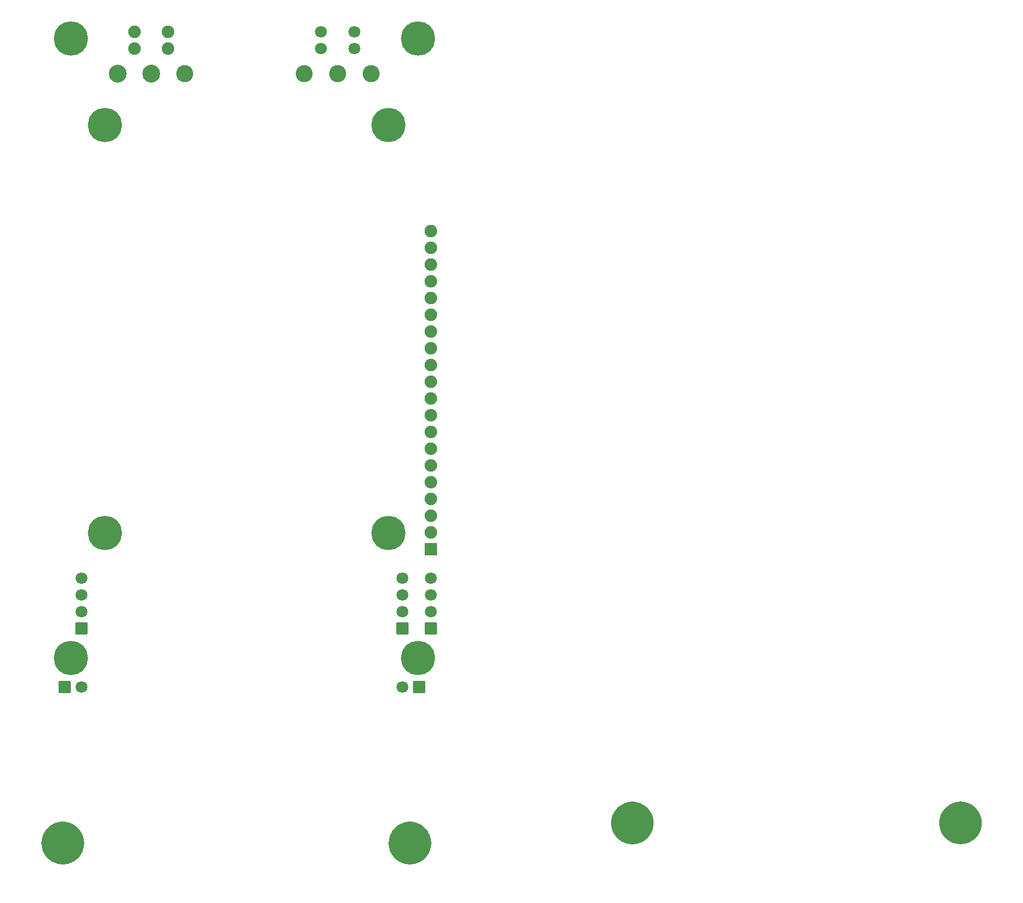
<source format=gts>
G04 Layer: TopSolderMaskLayer*
G04 EasyEDA v6.5.29, 2023-07-18 10:32:44*
G04 f0145a9d3cf84adf84608df9e98d150b,5a6b42c53f6a479593ecc07194224c93,10*
G04 Gerber Generator version 0.2*
G04 Scale: 100 percent, Rotated: No, Reflected: No *
G04 Dimensions in millimeters *
G04 leading zeros omitted , absolute positions ,4 integer and 5 decimal *
%FSLAX45Y45*%
%MOMM*%

%AMMACRO1*1,1,$1,$2,$3*1,1,$1,$4,$5*1,1,$1,0-$2,0-$3*1,1,$1,0-$4,0-$5*20,1,$1,$2,$3,$4,$5,0*20,1,$1,$4,$5,0-$2,0-$3,0*20,1,$1,0-$2,0-$3,0-$4,0-$5,0*20,1,$1,0-$4,0-$5,$2,$3,0*4,1,4,$2,$3,$4,$5,0-$2,0-$3,0-$4,0-$5,$2,$3,0*%
%ADD10C,1.9016*%
%ADD11MACRO1,0.1016X0.9X-0.9X0.9X0.9*%
%ADD12MACRO1,0.1016X-0.85X0.85X0.85X0.85*%
%ADD13C,1.8016*%
%ADD14MACRO1,0.1016X0.85X-0.85X-0.85X-0.85*%
%ADD15MACRO1,0.1016X-0.85X-0.85X-0.85X0.85*%
%ADD16C,5.2032*%
%ADD17C,1.9032*%
%ADD18C,2.7032*%
%ADD19C,2.6016*%
%ADD20C,0.0153*%

%LPD*%
D10*
G01*
X5930900Y7937500D03*
D11*
G01*
X5930886Y3111489D03*
D10*
G01*
X5930900Y3365500D03*
G01*
X5930900Y3619500D03*
G01*
X5930900Y3873500D03*
G01*
X5930900Y4127500D03*
G01*
X5930900Y4381500D03*
G01*
X5930900Y4635500D03*
G01*
X5930900Y4889500D03*
G01*
X5930900Y5143500D03*
G01*
X5930900Y5397500D03*
G01*
X5930900Y5651500D03*
G01*
X5930900Y5905500D03*
G01*
X5930900Y6159500D03*
G01*
X5930900Y6413500D03*
G01*
X5930900Y6667500D03*
G01*
X5930900Y6921500D03*
G01*
X5930900Y7175500D03*
G01*
X5930900Y7429500D03*
G01*
X5930900Y7683500D03*
D12*
G01*
X381001Y1015996D03*
D13*
G01*
X635000Y1016000D03*
D14*
G01*
X5753091Y1015996D03*
D13*
G01*
X5499100Y1016000D03*
D15*
G01*
X635000Y1904993D03*
D13*
G01*
X635000Y2159000D03*
G01*
X635000Y2413000D03*
G01*
X635000Y2667000D03*
D15*
G01*
X5499091Y1904993D03*
D13*
G01*
X5499100Y2159000D03*
G01*
X5499100Y2413000D03*
G01*
X5499100Y2667000D03*
D15*
G01*
X5930888Y1904993D03*
D13*
G01*
X5930900Y2159000D03*
G01*
X5930900Y2413000D03*
G01*
X5930900Y2667000D03*
D16*
G01*
X469900Y10858500D03*
D17*
G01*
X1435100Y10960100D03*
G01*
X1435100Y10706100D03*
G01*
X1943100Y10960100D03*
G01*
X1943100Y10706100D03*
D18*
G01*
X1687093Y10325100D03*
D19*
G01*
X2197100Y10325100D03*
D18*
G01*
X1179093Y10325100D03*
D13*
G01*
X4267200Y10960100D03*
G01*
X4267200Y10706100D03*
G01*
X4775200Y10960100D03*
G01*
X4775200Y10706100D03*
D19*
G01*
X4519193Y10325100D03*
G01*
X5029200Y10325100D03*
G01*
X4011193Y10325100D03*
D16*
G01*
X5737199Y10858500D03*
G01*
X471271Y1460500D03*
G01*
X5737199Y1460500D03*
G01*
X5285206Y9543313D03*
G01*
X990600Y9543313D03*
G01*
X5285206Y3352800D03*
G01*
X990600Y3352800D03*
G36*
X343407Y-1670304D02*
G01*
X335026Y-1670050D01*
X326897Y-1669542D01*
X318515Y-1669034D01*
X310387Y-1668271D01*
X302260Y-1667002D01*
X293878Y-1665731D01*
X285750Y-1664462D01*
X277621Y-1662684D01*
X269747Y-1660905D01*
X261620Y-1658620D01*
X253745Y-1656334D01*
X237997Y-1651254D01*
X222757Y-1645157D01*
X207518Y-1638554D01*
X192786Y-1630934D01*
X185673Y-1626870D01*
X171450Y-1618234D01*
X164592Y-1613662D01*
X151384Y-1604010D01*
X144779Y-1598676D01*
X138429Y-1593595D01*
X132079Y-1588007D01*
X125984Y-1582420D01*
X120142Y-1576831D01*
X114300Y-1570736D01*
X108712Y-1564894D01*
X103123Y-1558544D01*
X97789Y-1552194D01*
X92710Y-1545844D01*
X87629Y-1539239D01*
X82804Y-1532636D01*
X78231Y-1525778D01*
X73913Y-1518665D01*
X69595Y-1511807D01*
X65278Y-1504442D01*
X61468Y-1497329D01*
X57657Y-1489963D01*
X54102Y-1482344D01*
X50800Y-1474978D01*
X47752Y-1467357D01*
X44704Y-1459484D01*
X41910Y-1451610D01*
X39370Y-1443989D01*
X37084Y-1435862D01*
X34797Y-1427987D01*
X32765Y-1419860D01*
X30987Y-1411986D01*
X29463Y-1403857D01*
X28194Y-1395476D01*
X26162Y-1379220D01*
X25400Y-1370837D01*
X24892Y-1362710D01*
X24637Y-1354328D01*
X24637Y-1338071D01*
X24892Y-1329689D01*
X25400Y-1321562D01*
X26162Y-1313179D01*
X28194Y-1296923D01*
X29463Y-1288542D01*
X30987Y-1280413D01*
X32765Y-1272539D01*
X34797Y-1264412D01*
X37084Y-1256537D01*
X39370Y-1248410D01*
X41910Y-1240789D01*
X44704Y-1232915D01*
X47752Y-1225042D01*
X50800Y-1217421D01*
X54102Y-1210055D01*
X57657Y-1202436D01*
X61468Y-1195070D01*
X65278Y-1187957D01*
X69595Y-1180592D01*
X73913Y-1173734D01*
X78231Y-1166621D01*
X82804Y-1159763D01*
X87629Y-1153160D01*
X92710Y-1146555D01*
X97789Y-1140205D01*
X103123Y-1133855D01*
X108712Y-1127505D01*
X114300Y-1121410D01*
X120142Y-1115568D01*
X125984Y-1109979D01*
X132079Y-1104392D01*
X138429Y-1098804D01*
X144779Y-1093723D01*
X151384Y-1088389D01*
X164592Y-1078737D01*
X171450Y-1074165D01*
X185673Y-1065529D01*
X192786Y-1061465D01*
X207518Y-1053845D01*
X222757Y-1047242D01*
X237997Y-1041145D01*
X245871Y-1038352D01*
X261620Y-1033779D01*
X269747Y-1031494D01*
X277621Y-1029715D01*
X285750Y-1027937D01*
X293878Y-1026413D01*
X302260Y-1025397D01*
X310387Y-1024128D01*
X318515Y-1023365D01*
X326897Y-1022857D01*
X335026Y-1022350D01*
X343407Y-1022095D01*
X351536Y-1022095D01*
X359918Y-1022350D01*
X368045Y-1022857D01*
X376428Y-1023365D01*
X384555Y-1024128D01*
X392684Y-1025397D01*
X401065Y-1026413D01*
X409194Y-1027937D01*
X417068Y-1029715D01*
X425195Y-1031494D01*
X433323Y-1033779D01*
X449071Y-1038352D01*
X456945Y-1041145D01*
X472186Y-1047242D01*
X487426Y-1053845D01*
X502157Y-1061465D01*
X509270Y-1065529D01*
X516381Y-1069847D01*
X523239Y-1074165D01*
X530097Y-1078737D01*
X536955Y-1083563D01*
X543560Y-1088389D01*
X550163Y-1093723D01*
X556513Y-1098804D01*
X574802Y-1115568D01*
X580644Y-1121410D01*
X586231Y-1127505D01*
X602234Y-1146555D01*
X611886Y-1159763D01*
X616712Y-1166621D01*
X621029Y-1173734D01*
X625347Y-1180592D01*
X629412Y-1187957D01*
X633476Y-1195070D01*
X637286Y-1202436D01*
X640842Y-1210055D01*
X644144Y-1217421D01*
X647192Y-1225042D01*
X650239Y-1232915D01*
X653034Y-1240789D01*
X655573Y-1248410D01*
X657860Y-1256537D01*
X660145Y-1264412D01*
X662178Y-1272539D01*
X663702Y-1280413D01*
X665479Y-1288542D01*
X666750Y-1296923D01*
X668781Y-1313179D01*
X669544Y-1321562D01*
X670052Y-1329689D01*
X670305Y-1338071D01*
X670305Y-1354328D01*
X670052Y-1362710D01*
X669544Y-1370837D01*
X668781Y-1379220D01*
X666750Y-1395476D01*
X665479Y-1403857D01*
X663702Y-1411986D01*
X662178Y-1419860D01*
X660145Y-1427987D01*
X657860Y-1435862D01*
X655573Y-1443989D01*
X653034Y-1451610D01*
X650239Y-1459484D01*
X647192Y-1467357D01*
X644144Y-1474978D01*
X640842Y-1482344D01*
X637286Y-1489963D01*
X633476Y-1497329D01*
X629412Y-1504442D01*
X625347Y-1511807D01*
X621029Y-1518665D01*
X616712Y-1525778D01*
X611886Y-1532636D01*
X602234Y-1545844D01*
X586231Y-1564894D01*
X580644Y-1570736D01*
X574802Y-1576831D01*
X556513Y-1593595D01*
X550163Y-1598676D01*
X543560Y-1604010D01*
X536955Y-1608836D01*
X530097Y-1613662D01*
X523239Y-1618234D01*
X516381Y-1622552D01*
X509270Y-1626870D01*
X502157Y-1630934D01*
X487426Y-1638554D01*
X472186Y-1645157D01*
X456945Y-1651254D01*
X441197Y-1656334D01*
X433323Y-1658620D01*
X425195Y-1660905D01*
X417068Y-1662684D01*
X409194Y-1664462D01*
X401065Y-1665731D01*
X392684Y-1667002D01*
X384555Y-1668271D01*
X376428Y-1669034D01*
X368045Y-1669542D01*
X359918Y-1670050D01*
X351536Y-1670304D01*
G37*
G36*
X5609336Y-1670050D02*
G01*
X5600954Y-1669795D01*
X5592825Y-1669287D01*
X5584443Y-1668779D01*
X5568188Y-1666747D01*
X5560059Y-1665478D01*
X5543804Y-1662429D01*
X5535675Y-1660397D01*
X5527802Y-1658365D01*
X5519674Y-1656079D01*
X5511800Y-1653539D01*
X5504179Y-1651000D01*
X5496306Y-1647952D01*
X5488686Y-1644904D01*
X5481065Y-1641602D01*
X5466334Y-1634489D01*
X5458968Y-1630679D01*
X5451602Y-1626615D01*
X5444490Y-1622297D01*
X5437631Y-1617979D01*
X5430774Y-1613407D01*
X5423915Y-1608581D01*
X5417311Y-1603502D01*
X5404611Y-1593342D01*
X5398261Y-1587754D01*
X5392165Y-1582165D01*
X5386324Y-1576578D01*
X5380481Y-1570736D01*
X5369306Y-1558544D01*
X5363972Y-1552194D01*
X5353811Y-1538986D01*
X5348986Y-1532381D01*
X5339841Y-1518665D01*
X5335524Y-1511554D01*
X5331459Y-1504442D01*
X5327395Y-1497076D01*
X5320284Y-1482344D01*
X5316727Y-1474723D01*
X5310631Y-1459484D01*
X5307838Y-1451610D01*
X5305297Y-1443736D01*
X5300725Y-1427987D01*
X5297170Y-1411731D01*
X5294122Y-1395476D01*
X5292090Y-1379220D01*
X5291327Y-1370837D01*
X5290820Y-1362710D01*
X5290565Y-1354328D01*
X5290565Y-1338071D01*
X5290820Y-1329689D01*
X5291327Y-1321562D01*
X5292090Y-1313179D01*
X5294122Y-1296923D01*
X5297170Y-1280668D01*
X5300725Y-1264412D01*
X5305297Y-1248663D01*
X5307838Y-1240789D01*
X5310631Y-1232915D01*
X5316727Y-1217676D01*
X5320284Y-1210055D01*
X5327395Y-1195323D01*
X5331459Y-1187957D01*
X5335524Y-1180845D01*
X5339841Y-1173734D01*
X5348986Y-1160018D01*
X5353811Y-1153413D01*
X5363972Y-1140205D01*
X5369306Y-1133855D01*
X5380481Y-1121663D01*
X5386324Y-1115821D01*
X5392165Y-1110234D01*
X5398261Y-1104645D01*
X5404611Y-1099057D01*
X5410961Y-1093978D01*
X5417311Y-1088644D01*
X5423915Y-1083818D01*
X5430774Y-1078992D01*
X5437631Y-1074420D01*
X5444490Y-1070102D01*
X5451602Y-1065784D01*
X5458968Y-1061720D01*
X5466334Y-1057910D01*
X5481065Y-1050797D01*
X5488686Y-1047495D01*
X5496306Y-1044447D01*
X5504179Y-1041400D01*
X5511800Y-1038860D01*
X5519674Y-1036320D01*
X5527802Y-1034034D01*
X5535675Y-1032002D01*
X5543804Y-1029970D01*
X5560059Y-1026921D01*
X5568188Y-1025652D01*
X5584443Y-1023620D01*
X5592825Y-1023112D01*
X5600954Y-1022604D01*
X5609336Y-1022350D01*
X5617463Y-1022350D01*
X5625845Y-1022604D01*
X5633974Y-1023112D01*
X5642356Y-1023620D01*
X5658611Y-1025652D01*
X5666740Y-1026921D01*
X5682995Y-1029970D01*
X5691124Y-1032002D01*
X5698997Y-1034034D01*
X5707125Y-1036320D01*
X5715000Y-1038860D01*
X5722620Y-1041400D01*
X5730493Y-1044447D01*
X5738113Y-1047495D01*
X5745734Y-1050797D01*
X5760465Y-1057910D01*
X5767831Y-1061720D01*
X5775197Y-1065784D01*
X5782309Y-1070102D01*
X5789168Y-1074420D01*
X5796025Y-1078992D01*
X5802884Y-1083818D01*
X5809488Y-1088644D01*
X5815838Y-1093978D01*
X5822188Y-1099057D01*
X5828538Y-1104645D01*
X5834634Y-1110234D01*
X5840475Y-1115821D01*
X5846318Y-1121663D01*
X5857493Y-1133855D01*
X5862827Y-1140205D01*
X5872988Y-1153413D01*
X5877813Y-1160018D01*
X5886958Y-1173734D01*
X5891275Y-1180845D01*
X5895340Y-1187957D01*
X5899404Y-1195323D01*
X5906515Y-1210055D01*
X5913120Y-1225295D01*
X5916168Y-1232915D01*
X5918961Y-1240789D01*
X5921502Y-1248663D01*
X5926074Y-1264412D01*
X5929629Y-1280668D01*
X5932677Y-1296923D01*
X5934709Y-1313179D01*
X5935472Y-1321562D01*
X5935979Y-1329689D01*
X5936234Y-1338071D01*
X5936234Y-1354328D01*
X5935979Y-1362710D01*
X5935472Y-1370837D01*
X5934709Y-1379220D01*
X5932677Y-1395476D01*
X5929629Y-1411731D01*
X5926074Y-1427987D01*
X5921502Y-1443736D01*
X5918961Y-1451610D01*
X5916168Y-1459484D01*
X5913120Y-1467104D01*
X5906515Y-1482344D01*
X5899404Y-1497076D01*
X5895340Y-1504442D01*
X5891275Y-1511554D01*
X5886958Y-1518665D01*
X5877813Y-1532381D01*
X5872988Y-1538986D01*
X5862827Y-1552194D01*
X5857493Y-1558544D01*
X5846318Y-1570736D01*
X5840475Y-1576578D01*
X5834634Y-1582165D01*
X5828538Y-1587754D01*
X5822188Y-1593342D01*
X5809488Y-1603502D01*
X5802884Y-1608581D01*
X5796025Y-1613407D01*
X5789168Y-1617979D01*
X5782309Y-1622297D01*
X5775197Y-1626615D01*
X5767831Y-1630679D01*
X5760465Y-1634489D01*
X5745734Y-1641602D01*
X5738113Y-1644904D01*
X5730493Y-1647952D01*
X5722620Y-1651000D01*
X5715000Y-1653539D01*
X5707125Y-1656079D01*
X5698997Y-1658365D01*
X5691124Y-1660397D01*
X5682995Y-1662429D01*
X5666740Y-1665478D01*
X5658611Y-1666747D01*
X5642356Y-1668779D01*
X5633974Y-1669287D01*
X5625845Y-1669795D01*
X5617463Y-1670050D01*
G37*
G36*
X13962125Y-1364234D02*
G01*
X13945870Y-1363726D01*
X13937488Y-1362963D01*
X13929359Y-1362202D01*
X13921231Y-1361186D01*
X13913104Y-1359915D01*
X13904975Y-1358392D01*
X13888720Y-1354836D01*
X13880845Y-1352804D01*
X13872972Y-1350518D01*
X13865097Y-1347978D01*
X13857224Y-1345184D01*
X13849604Y-1342389D01*
X13841984Y-1339342D01*
X13834363Y-1336039D01*
X13826743Y-1332484D01*
X13819377Y-1328928D01*
X13812011Y-1325118D01*
X13804900Y-1321054D01*
X13797788Y-1316736D01*
X13790929Y-1312418D01*
X13784072Y-1307845D01*
X13777213Y-1303020D01*
X13770609Y-1298194D01*
X13764259Y-1293113D01*
X13751559Y-1282445D01*
X13745463Y-1276857D01*
X13739622Y-1271270D01*
X13733779Y-1265173D01*
X13728191Y-1259331D01*
X13722604Y-1252981D01*
X13717270Y-1246886D01*
X13712190Y-1240281D01*
X13707109Y-1233931D01*
X13702284Y-1227073D01*
X13693140Y-1213357D01*
X13688822Y-1206500D01*
X13684758Y-1199134D01*
X13680693Y-1192021D01*
X13673581Y-1177289D01*
X13670025Y-1169670D01*
X13663929Y-1154429D01*
X13661136Y-1146555D01*
X13658595Y-1138936D01*
X13656056Y-1130807D01*
X13651991Y-1115060D01*
X13650213Y-1106931D01*
X13647166Y-1090676D01*
X13645134Y-1074420D01*
X13644372Y-1066037D01*
X13643863Y-1057910D01*
X13643609Y-1049528D01*
X13643609Y-1033271D01*
X13643863Y-1024889D01*
X13644372Y-1016762D01*
X13645134Y-1008379D01*
X13647166Y-992123D01*
X13650213Y-975868D01*
X13651991Y-967739D01*
X13656056Y-951992D01*
X13658595Y-943863D01*
X13661136Y-936244D01*
X13663929Y-928370D01*
X13670025Y-913129D01*
X13673581Y-905510D01*
X13680693Y-890778D01*
X13684758Y-883665D01*
X13688822Y-876300D01*
X13693140Y-869442D01*
X13697711Y-862329D01*
X13702284Y-855726D01*
X13707109Y-848868D01*
X13712190Y-842518D01*
X13717270Y-835913D01*
X13722604Y-829563D01*
X13728191Y-823468D01*
X13733779Y-817626D01*
X13739622Y-811529D01*
X13745463Y-805942D01*
X13751559Y-800354D01*
X13764259Y-789686D01*
X13770609Y-784605D01*
X13777213Y-779779D01*
X13784072Y-774954D01*
X13790929Y-770381D01*
X13797788Y-766063D01*
X13804900Y-761745D01*
X13812011Y-757681D01*
X13819377Y-753871D01*
X13826743Y-750315D01*
X13834363Y-746760D01*
X13841984Y-743457D01*
X13849604Y-740410D01*
X13857224Y-737615D01*
X13865097Y-734821D01*
X13872972Y-732281D01*
X13880845Y-729995D01*
X13888720Y-727963D01*
X13904975Y-724407D01*
X13913104Y-722884D01*
X13921231Y-721613D01*
X13929359Y-720597D01*
X13937488Y-719836D01*
X13945870Y-719073D01*
X13962125Y-718565D01*
X13970508Y-718565D01*
X13978636Y-718820D01*
X13987018Y-719073D01*
X14003274Y-720597D01*
X14011656Y-721613D01*
X14019784Y-722884D01*
X14027911Y-724407D01*
X14036040Y-726186D01*
X14043913Y-727963D01*
X14052041Y-729995D01*
X14059916Y-732281D01*
X14067790Y-734821D01*
X14075409Y-737615D01*
X14083284Y-740410D01*
X14090904Y-743457D01*
X14098524Y-746760D01*
X14113256Y-753871D01*
X14120622Y-757681D01*
X14127734Y-761745D01*
X14141958Y-770381D01*
X14148816Y-774954D01*
X14162024Y-784605D01*
X14168627Y-789686D01*
X14174977Y-795020D01*
X14181074Y-800354D01*
X14193266Y-811529D01*
X14199108Y-817626D01*
X14204695Y-823468D01*
X14210029Y-829563D01*
X14215363Y-835913D01*
X14220697Y-842518D01*
X14225524Y-848868D01*
X14230350Y-855726D01*
X14235175Y-862329D01*
X14239493Y-869442D01*
X14243811Y-876300D01*
X14248129Y-883665D01*
X14251940Y-890778D01*
X14255750Y-898144D01*
X14259306Y-905510D01*
X14265909Y-920750D01*
X14268704Y-928370D01*
X14271497Y-936244D01*
X14274291Y-943863D01*
X14276577Y-951992D01*
X14278863Y-959865D01*
X14280641Y-967739D01*
X14284197Y-983995D01*
X14285468Y-992123D01*
X14287500Y-1008379D01*
X14288261Y-1016762D01*
X14288770Y-1024889D01*
X14289024Y-1033271D01*
X14289277Y-1041400D01*
X14289024Y-1049528D01*
X14288770Y-1057910D01*
X14288261Y-1066037D01*
X14287500Y-1074420D01*
X14285468Y-1090676D01*
X14284197Y-1098804D01*
X14280641Y-1115060D01*
X14278863Y-1122934D01*
X14276577Y-1130807D01*
X14274291Y-1138936D01*
X14271497Y-1146555D01*
X14268704Y-1154429D01*
X14265909Y-1162050D01*
X14259306Y-1177289D01*
X14255750Y-1184655D01*
X14251940Y-1192021D01*
X14248129Y-1199134D01*
X14243811Y-1206500D01*
X14235175Y-1220215D01*
X14225524Y-1233931D01*
X14220697Y-1240281D01*
X14215363Y-1246886D01*
X14210029Y-1252981D01*
X14204695Y-1259331D01*
X14199108Y-1265173D01*
X14193266Y-1271270D01*
X14181074Y-1282445D01*
X14174977Y-1287779D01*
X14168627Y-1293113D01*
X14162024Y-1298194D01*
X14148816Y-1307845D01*
X14141958Y-1312418D01*
X14127734Y-1321054D01*
X14120622Y-1325118D01*
X14113256Y-1328928D01*
X14098524Y-1336039D01*
X14090904Y-1339342D01*
X14083284Y-1342389D01*
X14075409Y-1345184D01*
X14067790Y-1347978D01*
X14059916Y-1350518D01*
X14052041Y-1352804D01*
X14043913Y-1354836D01*
X14036040Y-1356613D01*
X14027911Y-1358392D01*
X14019784Y-1359915D01*
X14011656Y-1361186D01*
X14003274Y-1362202D01*
X13987018Y-1363726D01*
X13978636Y-1363979D01*
X13970508Y-1364234D01*
G37*
G36*
X8984488Y-1364995D02*
G01*
X8976359Y-1364742D01*
X8967977Y-1364234D01*
X8959850Y-1363726D01*
X8943593Y-1361694D01*
X8935211Y-1360423D01*
X8927084Y-1359154D01*
X8919209Y-1357376D01*
X8911081Y-1355597D01*
X8903208Y-1353312D01*
X8895079Y-1351026D01*
X8887459Y-1348739D01*
X8871711Y-1343152D01*
X8864091Y-1340104D01*
X8856725Y-1336802D01*
X8849106Y-1333245D01*
X8841740Y-1329689D01*
X8834374Y-1325626D01*
X8827261Y-1321815D01*
X8820150Y-1317497D01*
X8813291Y-1313179D01*
X8806434Y-1308607D01*
X8799575Y-1303781D01*
X8792972Y-1298955D01*
X8786368Y-1293876D01*
X8780018Y-1288542D01*
X8773922Y-1283207D01*
X8767825Y-1277620D01*
X8761729Y-1271778D01*
X8756141Y-1265936D01*
X8750300Y-1260094D01*
X8739631Y-1247394D01*
X8734552Y-1241044D01*
X8729472Y-1234439D01*
X8724645Y-1227836D01*
X8719820Y-1220978D01*
X8715502Y-1214120D01*
X8711184Y-1207007D01*
X8703056Y-1192784D01*
X8699245Y-1185418D01*
X8695690Y-1177797D01*
X8692388Y-1170431D01*
X8686291Y-1155192D01*
X8683497Y-1147318D01*
X8678418Y-1131570D01*
X8676386Y-1123695D01*
X8674354Y-1115568D01*
X8672575Y-1107694D01*
X8669527Y-1091437D01*
X8668511Y-1083310D01*
X8667495Y-1074928D01*
X8666734Y-1066800D01*
X8666225Y-1058671D01*
X8665972Y-1050289D01*
X8665718Y-1042162D01*
X8665972Y-1033779D01*
X8666225Y-1025652D01*
X8666734Y-1017270D01*
X8667495Y-1009142D01*
X8669527Y-992886D01*
X8672575Y-976629D01*
X8674354Y-968502D01*
X8676386Y-960628D01*
X8678418Y-952500D01*
X8683497Y-936752D01*
X8686291Y-929131D01*
X8692388Y-913892D01*
X8695690Y-906271D01*
X8699245Y-898905D01*
X8703056Y-891539D01*
X8707120Y-884173D01*
X8711184Y-877062D01*
X8715502Y-870204D01*
X8719820Y-863092D01*
X8724645Y-856234D01*
X8729472Y-849629D01*
X8734552Y-843026D01*
X8739631Y-836676D01*
X8744965Y-830326D01*
X8750300Y-824229D01*
X8756141Y-818134D01*
X8761729Y-812292D01*
X8773922Y-801115D01*
X8780018Y-795781D01*
X8786368Y-790447D01*
X8792972Y-785368D01*
X8799575Y-780542D01*
X8806434Y-775715D01*
X8813291Y-771144D01*
X8820150Y-766826D01*
X8827261Y-762507D01*
X8834374Y-758444D01*
X8841740Y-754634D01*
X8849106Y-751078D01*
X8856725Y-747521D01*
X8864091Y-744220D01*
X8871711Y-741171D01*
X8879586Y-738123D01*
X8887459Y-735584D01*
X8895079Y-733044D01*
X8903208Y-730757D01*
X8911081Y-728726D01*
X8919209Y-726694D01*
X8927084Y-725170D01*
X8935211Y-723645D01*
X8943593Y-722376D01*
X8951722Y-721360D01*
X8967977Y-719836D01*
X8976359Y-719581D01*
X8984488Y-719328D01*
X8992870Y-719328D01*
X9000997Y-719581D01*
X9009379Y-719836D01*
X9025636Y-721360D01*
X9033763Y-722376D01*
X9042145Y-723645D01*
X9050020Y-725170D01*
X9058147Y-726694D01*
X9066275Y-728726D01*
X9074150Y-730757D01*
X9082277Y-733044D01*
X9089897Y-735584D01*
X9097772Y-738123D01*
X9105645Y-741171D01*
X9113265Y-744220D01*
X9120631Y-747521D01*
X9128252Y-751078D01*
X9135618Y-754634D01*
X9142984Y-758444D01*
X9150095Y-762507D01*
X9157208Y-766826D01*
X9164065Y-771144D01*
X9170924Y-775715D01*
X9177781Y-780542D01*
X9184386Y-785368D01*
X9190990Y-790447D01*
X9197340Y-795781D01*
X9203436Y-801115D01*
X9215627Y-812292D01*
X9221215Y-818134D01*
X9227058Y-824229D01*
X9232391Y-830326D01*
X9237725Y-836676D01*
X9242806Y-843026D01*
X9247886Y-849629D01*
X9252711Y-856234D01*
X9257284Y-863092D01*
X9261856Y-870204D01*
X9266174Y-877062D01*
X9270238Y-884173D01*
X9274302Y-891539D01*
X9278111Y-898905D01*
X9281668Y-906271D01*
X9284970Y-913892D01*
X9291065Y-929131D01*
X9293859Y-936752D01*
X9298940Y-952500D01*
X9300972Y-960628D01*
X9303004Y-968502D01*
X9304781Y-976629D01*
X9307829Y-992886D01*
X9309861Y-1009142D01*
X9310624Y-1017270D01*
X9311131Y-1025652D01*
X9311386Y-1033779D01*
X9311640Y-1042162D01*
X9311386Y-1050289D01*
X9311131Y-1058671D01*
X9310624Y-1066800D01*
X9309861Y-1074928D01*
X9308845Y-1083310D01*
X9307829Y-1091437D01*
X9304781Y-1107694D01*
X9303004Y-1115568D01*
X9300972Y-1123695D01*
X9298940Y-1131570D01*
X9293859Y-1147318D01*
X9291065Y-1155192D01*
X9284970Y-1170431D01*
X9281668Y-1177797D01*
X9278111Y-1185418D01*
X9274302Y-1192784D01*
X9266174Y-1207007D01*
X9261856Y-1214120D01*
X9252711Y-1227836D01*
X9247886Y-1234439D01*
X9242806Y-1241044D01*
X9237725Y-1247394D01*
X9227058Y-1260094D01*
X9221215Y-1265936D01*
X9215627Y-1271778D01*
X9209531Y-1277620D01*
X9203436Y-1283207D01*
X9197340Y-1288542D01*
X9190990Y-1293876D01*
X9184386Y-1298955D01*
X9177781Y-1303781D01*
X9170924Y-1308607D01*
X9164065Y-1313179D01*
X9157208Y-1317497D01*
X9150095Y-1321815D01*
X9142984Y-1325626D01*
X9135618Y-1329689D01*
X9128252Y-1333245D01*
X9120631Y-1336802D01*
X9113265Y-1340104D01*
X9105645Y-1343152D01*
X9089897Y-1348739D01*
X9082277Y-1351026D01*
X9074150Y-1353312D01*
X9066275Y-1355597D01*
X9050020Y-1359154D01*
X9042145Y-1360423D01*
X9033763Y-1361694D01*
X9017508Y-1363726D01*
X9009379Y-1364234D01*
X9000997Y-1364742D01*
X8992870Y-1364995D01*
G37*
M02*

</source>
